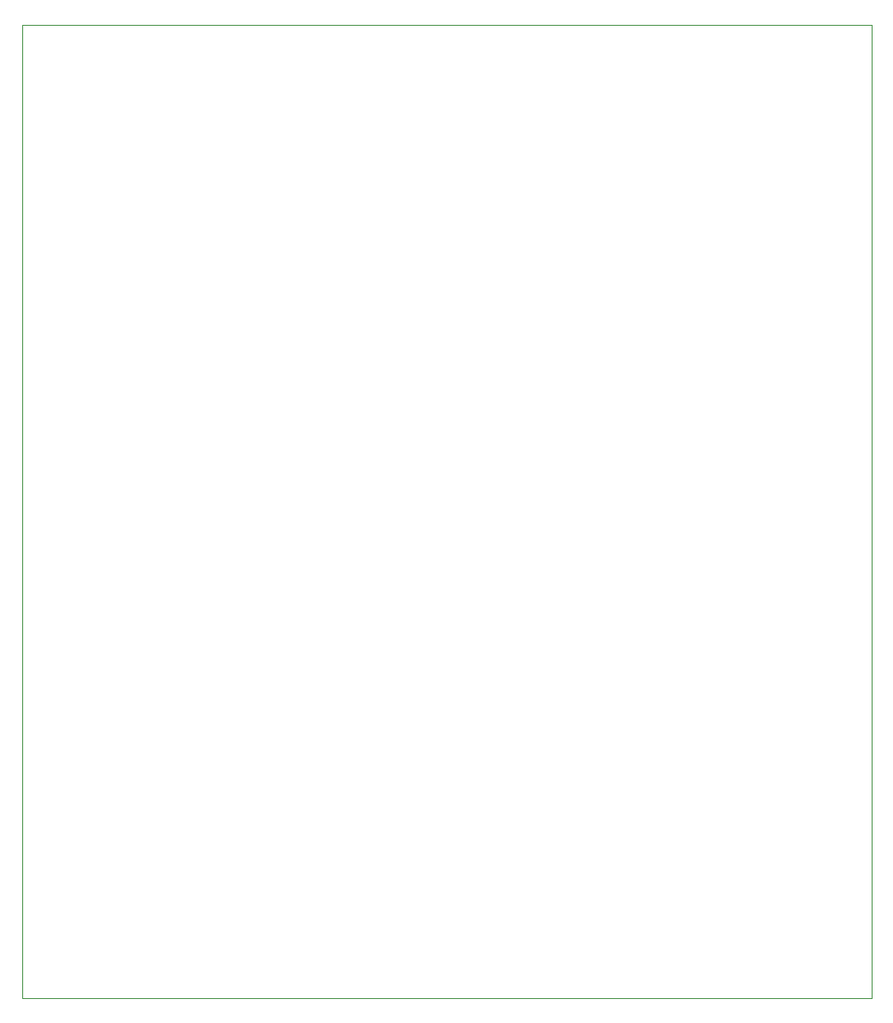
<source format=gbr>
%TF.GenerationSoftware,KiCad,Pcbnew,8.0.2*%
%TF.CreationDate,2024-06-04T14:33:09+05:30*%
%TF.ProjectId,evoborne,65766f62-6f72-46e6-952e-6b696361645f,rev?*%
%TF.SameCoordinates,Original*%
%TF.FileFunction,Profile,NP*%
%FSLAX46Y46*%
G04 Gerber Fmt 4.6, Leading zero omitted, Abs format (unit mm)*
G04 Created by KiCad (PCBNEW 8.0.2) date 2024-06-04 14:33:10*
%MOMM*%
%LPD*%
G01*
G04 APERTURE LIST*
%TA.AperFunction,Profile*%
%ADD10C,0.100000*%
%TD*%
G04 APERTURE END LIST*
D10*
X49530000Y-61810000D02*
X130400000Y-61810000D01*
X130400000Y-154538000D01*
X49530000Y-154538000D01*
X49530000Y-61810000D01*
M02*

</source>
